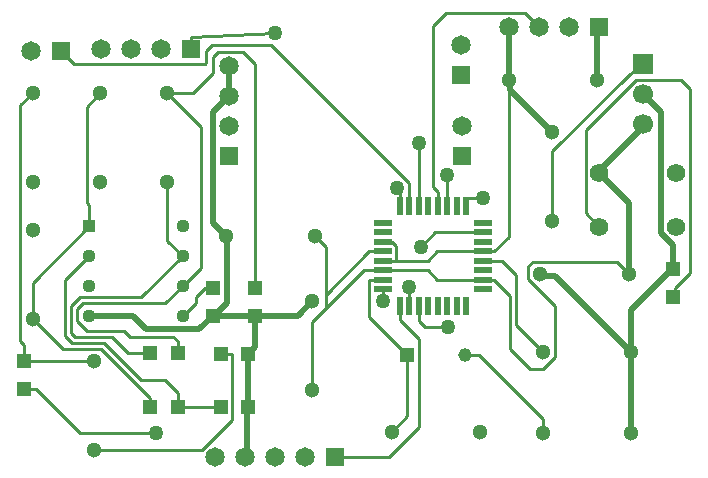
<source format=gtl>
G04*
G04 #@! TF.GenerationSoftware,Altium Limited,Altium Designer,24.2.2 (26)*
G04*
G04 Layer_Physical_Order=1*
G04 Layer_Color=255*
%FSLAX44Y44*%
%MOMM*%
G71*
G04*
G04 #@! TF.SameCoordinates,F2C55401-2C48-4F77-8023-E721376540C6*
G04*
G04*
G04 #@! TF.FilePolarity,Positive*
G04*
G01*
G75*
%ADD14C,0.2540*%
%ADD15R,1.2500X1.1500*%
%ADD16R,1.1500X1.2500*%
%ADD17R,1.5000X0.6000*%
%ADD18R,0.6000X1.5000*%
%ADD36C,0.5080*%
%ADD37C,1.3000*%
%ADD38C,1.6500*%
%ADD39R,1.6500X1.6500*%
%ADD40R,1.7000X1.7000*%
%ADD41C,1.7000*%
%ADD42C,1.1300*%
%ADD43R,1.1300X1.1300*%
%ADD44R,1.6500X1.6500*%
%ADD45C,1.5750*%
%ADD46C,1.1550*%
%ADD47R,1.1550X1.1550*%
%ADD48C,1.2700*%
D14*
X273000Y74000D02*
Y131516D01*
X284480Y142996D01*
X316484Y175000D01*
X155342Y118471D02*
X158750Y115062D01*
X118631Y118471D02*
X155342D01*
X178562Y176962D02*
Y296438D01*
X150000Y325000D02*
X178562Y296438D01*
X439000Y203200D02*
Y328999D01*
X426800Y191000D02*
X439000Y203200D01*
X417500Y191000D02*
X426800D01*
X417500Y183000D02*
X433324D01*
X445650Y170674D01*
Y128350D02*
Y170674D01*
X378840Y191000D02*
X417500D01*
X370840Y183000D02*
X378840Y191000D01*
X343916Y183000D02*
X370840D01*
X332500D02*
X343916D01*
Y195580D01*
X340496Y199000D02*
X343916Y195580D01*
X332500Y199000D02*
X340496D01*
X530628Y182372D02*
X541000Y172000D01*
X332500Y175000D02*
X370840D01*
X459740Y182372D02*
X530628D01*
X316484Y175000D02*
X332500D01*
X365252Y195072D02*
X377180Y207000D01*
X476000Y275784D02*
X541606Y341390D01*
X504190Y293700D02*
X546800Y336310D01*
X368334Y126746D02*
X388112D01*
X284480Y154424D02*
Y194520D01*
Y142996D02*
Y154424D01*
X332740Y148590D02*
Y159000D01*
X403000Y236220D02*
X417068D01*
X355000Y234188D02*
X355092D01*
X417500Y167000D02*
X426720D01*
X440436Y153284D01*
Y108458D02*
Y153284D01*
Y108458D02*
X457454Y91440D01*
X468376D01*
X478536Y101600D01*
Y144794D01*
X455690Y167640D02*
X478536Y144794D01*
X455690Y167640D02*
Y178322D01*
X459740Y182372D01*
X275000Y204000D02*
X284480Y194520D01*
X321056Y191000D02*
X332500D01*
X284480Y154424D02*
X321056Y191000D01*
X504190Y223810D02*
X516000Y212000D01*
X504190Y223810D02*
Y293700D01*
X546800Y336310D02*
X584708D01*
X592836Y328182D01*
Y172720D02*
Y328182D01*
X579778Y159662D02*
X592836Y172720D01*
X578000Y152250D02*
X579778Y159662D01*
X36000Y134000D02*
X61690Y108311D01*
X94140D01*
X135250Y67200D01*
Y59000D02*
Y67200D01*
X83600Y212200D02*
Y230124D01*
X82042Y231682D02*
X83600Y230124D01*
X82042Y231682D02*
Y313542D01*
X93500Y325000D01*
X476000Y217000D02*
Y275784D01*
X541606Y341390D02*
X553000Y349400D01*
X445650Y128350D02*
X468000Y106000D01*
X321056Y167000D02*
X332500D01*
X321056Y135144D02*
Y167000D01*
Y135144D02*
X353200Y103000D01*
Y51200D02*
Y103000D01*
X340000Y38000D02*
X353200Y51200D01*
X169800Y362000D02*
Y372746D01*
X241046Y375666D01*
X403000Y229500D02*
Y236220D01*
X355000Y229500D02*
Y234188D01*
X355092D02*
Y248920D01*
X238252Y365760D02*
X355092Y248920D01*
X187698Y365760D02*
X238252D01*
X182618Y360680D02*
X187698Y365760D01*
X182618Y350512D02*
Y360680D01*
X181864Y349758D02*
X182618Y350512D01*
X71242Y349758D02*
X181864D01*
X60000Y361000D02*
X71242Y349758D01*
X387000Y229500D02*
Y255524D01*
X363000Y229500D02*
Y282599D01*
X377180Y207000D02*
X417500D01*
X150000Y199800D02*
Y250000D01*
Y199800D02*
X163000Y186800D01*
X29000Y74250D02*
X39288D01*
X76454Y37084D01*
X140462D01*
X363000Y132080D02*
Y144500D01*
Y132080D02*
X368334Y126746D01*
X344932Y244348D02*
X347000Y242280D01*
Y229500D02*
Y242280D01*
X379000Y229500D02*
Y241268D01*
X374904Y245364D02*
X379000Y241268D01*
X374904Y245364D02*
Y382016D01*
X386080Y393192D01*
X452808D01*
X465000Y381000D01*
X224000Y160000D02*
Y350040D01*
X214122Y359918D02*
X224000Y350040D01*
X193294Y359918D02*
X214122D01*
X188976Y355600D02*
X193294Y359918D01*
X188976Y342138D02*
Y355600D01*
X171838Y325000D02*
X188976Y342138D01*
X150000Y325000D02*
X171838D01*
X332500Y159000D02*
X332740D01*
X292200Y17000D02*
X338074D01*
X362966Y41892D01*
Y116586D01*
X347000Y132552D02*
X362966Y116586D01*
X347000Y132552D02*
Y144500D01*
X88000Y23000D02*
X179464D01*
X204978Y48514D01*
Y104000D01*
X195250D02*
X204978D01*
X355000Y144500D02*
Y160782D01*
X36000Y164600D02*
X83600Y212200D01*
X36000Y134000D02*
Y164600D01*
X468000Y37000D02*
Y48938D01*
X413938Y103000D02*
X468000Y48938D01*
X402000Y103000D02*
X413938D01*
X181666Y160000D02*
X189000D01*
X174066Y152400D02*
X181666Y160000D01*
X174066Y147066D02*
Y152400D01*
X163000Y136000D02*
X174066Y147066D01*
X158750Y105000D02*
Y115062D01*
X113551Y123551D02*
X118631Y118471D01*
X82443Y123551D02*
X113551D01*
X73914Y132080D02*
X82443Y123551D01*
X73914Y132080D02*
Y142240D01*
X78534Y146860D01*
X148459D01*
X163000Y161400D01*
X158750Y59000D02*
Y71120D01*
X147828Y82042D02*
X158750Y71120D01*
X128029Y82042D02*
X147828D01*
X96680Y113391D02*
X128029Y82042D01*
X69289Y113391D02*
X96680D01*
X63754Y118925D02*
X69289Y113391D01*
X63754Y118925D02*
Y166954D01*
X83600Y186800D01*
X128139Y151940D02*
X163000Y186800D01*
X76200Y151940D02*
X128139D01*
X68834Y144574D02*
X76200Y151940D01*
X68834Y121920D02*
Y144574D01*
Y121920D02*
X72283Y118471D01*
X103391D01*
X116861Y105000D01*
X135250D01*
X163000Y161400D02*
X178562Y176962D01*
X29000Y97750D02*
Y112014D01*
X25654Y115360D02*
X29000Y112014D01*
X25654Y115360D02*
Y314654D01*
X36000Y325000D01*
X378840Y167000D02*
X417500D01*
X370840Y175000D02*
X378840Y167000D01*
X176784Y59000D02*
X195250D01*
X176784Y59000D02*
X176784Y59000D01*
X158750Y59000D02*
X176784D01*
X58416Y98000D02*
X88000D01*
X58166Y97750D02*
X58416Y98000D01*
X29000Y97750D02*
X58166D01*
D15*
X29000D02*
D03*
Y74250D02*
D03*
X224000Y160000D02*
D03*
Y136500D02*
D03*
X578000Y175750D02*
D03*
Y152250D02*
D03*
X189000Y160000D02*
D03*
Y136500D02*
D03*
D16*
X195250Y104000D02*
D03*
X218750D02*
D03*
X195250Y59000D02*
D03*
X218750D02*
D03*
X135250Y59000D02*
D03*
X158750D02*
D03*
X135250Y105000D02*
D03*
X158750D02*
D03*
D17*
X332500Y215000D02*
D03*
Y207000D02*
D03*
Y199000D02*
D03*
Y191000D02*
D03*
Y183000D02*
D03*
Y175000D02*
D03*
Y167000D02*
D03*
Y159000D02*
D03*
X417500D02*
D03*
Y167000D02*
D03*
Y175000D02*
D03*
Y183000D02*
D03*
Y191000D02*
D03*
Y199000D02*
D03*
Y207000D02*
D03*
Y215000D02*
D03*
D18*
X347000Y144500D02*
D03*
X355000D02*
D03*
X363000D02*
D03*
X371000D02*
D03*
X379000D02*
D03*
X387000D02*
D03*
X395000D02*
D03*
X403000D02*
D03*
Y229500D02*
D03*
X395000D02*
D03*
X387000D02*
D03*
X379000D02*
D03*
X371000D02*
D03*
X363000D02*
D03*
X355000D02*
D03*
X347000D02*
D03*
D36*
X189500Y136500D02*
X224000D01*
X189500D02*
X200330Y147330D01*
Y203670D01*
X189000Y136500D02*
X189500D01*
X200000Y204000D02*
X200330Y203670D01*
X516000Y257000D02*
X541000Y232000D01*
Y172000D02*
Y232000D01*
X553000Y296300D02*
Y298600D01*
X516000Y257000D02*
Y259300D01*
X553000Y296300D01*
X514000Y379200D02*
X515800Y381000D01*
X514000Y336000D02*
Y379200D01*
X216000Y17000D02*
X217375Y18375D01*
Y57625D01*
X218750Y59000D01*
X218750Y104000D02*
X218750Y104000D01*
Y59000D02*
Y104000D01*
X224000Y109750D02*
Y136500D01*
X218750Y104500D02*
X224000Y109750D01*
X218750Y104000D02*
Y104500D01*
X260500Y136500D02*
X273000Y149000D01*
X224000Y136500D02*
X260500D01*
X188500D02*
X189000D01*
X83600Y136000D02*
X120999D01*
X131729Y125270D01*
X177270D01*
X188500Y136500D01*
X202000Y322400D02*
Y347800D01*
X188670Y215330D02*
X200000Y204000D01*
X188670Y215330D02*
Y309070D01*
X202000Y322400D01*
X439300Y380700D02*
X439600Y381000D01*
X439000Y336000D02*
X439300Y336300D01*
Y380700D01*
X439000Y336000D02*
X440515Y334484D01*
Y327484D02*
X476000Y291999D01*
X440515Y327484D02*
Y334484D01*
X578000Y175750D02*
Y196679D01*
X568045Y206634D02*
X578000Y196679D01*
X568045Y206634D02*
Y308955D01*
X553000Y324000D02*
X568045Y308955D01*
X577500Y175750D02*
X578000D01*
X543000Y106000D02*
Y141250D01*
X577500Y175750D01*
X478515Y170485D02*
X543000Y106000D01*
X467515Y170485D02*
X478515D01*
X466000Y172000D02*
X467515Y170485D01*
X543000Y37000D02*
Y106000D01*
D37*
X93500Y325000D02*
D03*
Y250000D02*
D03*
X476000Y291999D02*
D03*
Y217000D02*
D03*
X543000Y106000D02*
D03*
X468000D02*
D03*
X200000Y204000D02*
D03*
X275000D02*
D03*
X273000Y149000D02*
D03*
Y74000D02*
D03*
X340000Y38000D02*
D03*
X415000D02*
D03*
X88000Y23000D02*
D03*
Y98000D02*
D03*
X150000Y250000D02*
D03*
Y325000D02*
D03*
X36000Y250000D02*
D03*
Y325000D02*
D03*
X36000Y134000D02*
D03*
Y209000D02*
D03*
X439000Y336000D02*
D03*
X514000D02*
D03*
X468000Y37000D02*
D03*
X543000D02*
D03*
X466000Y172000D02*
D03*
X541000D02*
D03*
D38*
X202000Y347800D02*
D03*
Y322400D02*
D03*
Y297000D02*
D03*
X400000Y297000D02*
D03*
X399000Y365400D02*
D03*
X439600Y381000D02*
D03*
X465000D02*
D03*
X490400D02*
D03*
X93600Y362000D02*
D03*
X119000D02*
D03*
X144400D02*
D03*
X34600Y361000D02*
D03*
X190600Y17000D02*
D03*
X216000D02*
D03*
X241400D02*
D03*
X266800D02*
D03*
D39*
X202000Y271600D02*
D03*
X400000Y271600D02*
D03*
X399000Y340000D02*
D03*
D40*
X553000Y349400D02*
D03*
D41*
Y324000D02*
D03*
Y298600D02*
D03*
D42*
X163000Y212200D02*
D03*
Y186800D02*
D03*
Y161400D02*
D03*
Y136000D02*
D03*
X83600D02*
D03*
Y161400D02*
D03*
Y186800D02*
D03*
D43*
Y212200D02*
D03*
D44*
X515800Y381000D02*
D03*
X169800Y362000D02*
D03*
X60000Y361000D02*
D03*
X292200Y17000D02*
D03*
D45*
X581000Y257000D02*
D03*
Y212000D02*
D03*
X516000D02*
D03*
Y257000D02*
D03*
D46*
X402000Y103000D02*
D03*
D47*
X353200D02*
D03*
D48*
X365252Y195072D02*
D03*
X388112Y126746D02*
D03*
X241046Y375666D02*
D03*
X417068Y236220D02*
D03*
X387000Y255524D02*
D03*
X363000Y282599D02*
D03*
X140462Y37084D02*
D03*
X344932Y244348D02*
D03*
X332740Y148590D02*
D03*
X355000Y160782D02*
D03*
M02*

</source>
